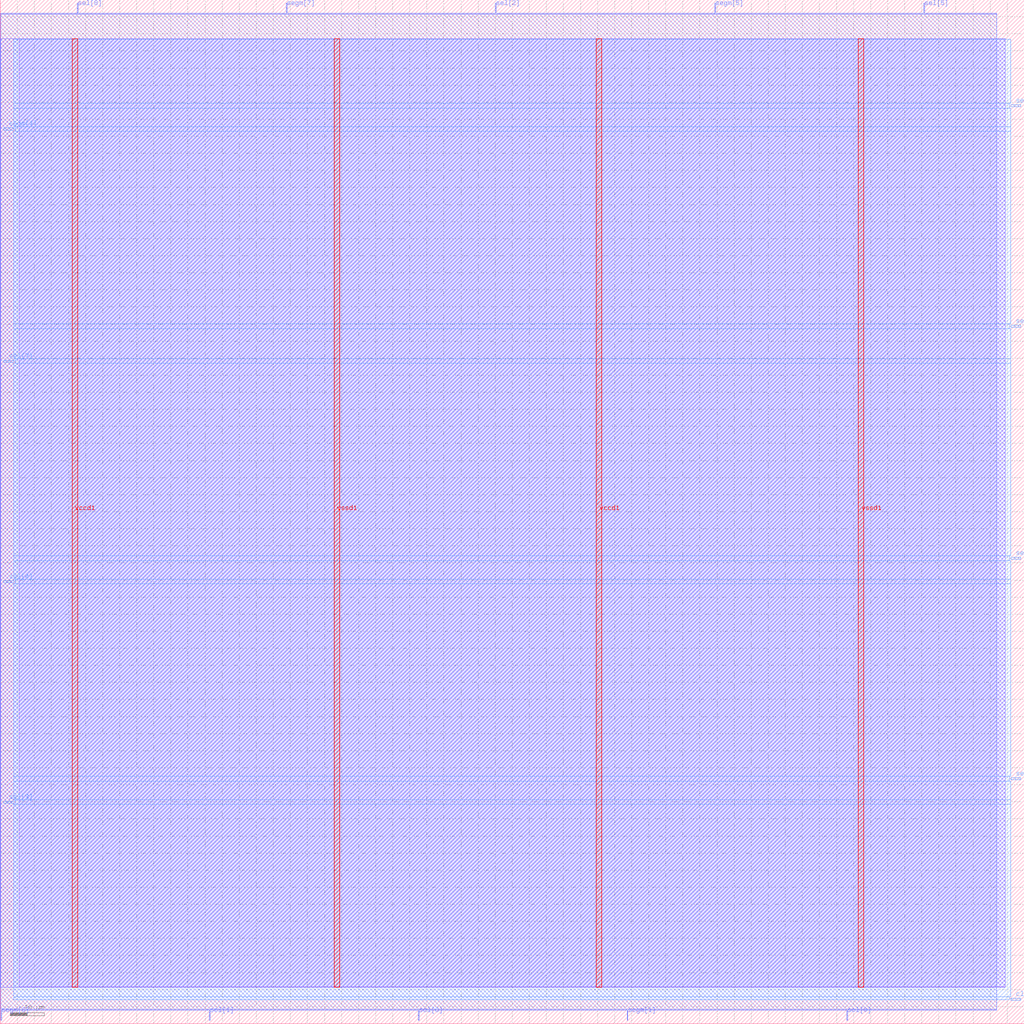
<source format=lef>
VERSION 5.7 ;
  NOWIREEXTENSIONATPIN ON ;
  DIVIDERCHAR "/" ;
  BUSBITCHARS "[]" ;
MACRO posoco2000
  CLASS BLOCK ;
  FOREIGN posoco2000 ;
  ORIGIN 0.000 0.000 ;
  SIZE 300.000 BY 300.000 ;
  PIN clk
    DIRECTION INPUT ;
    USE SIGNAL ;
    PORT
      LAYER met3 ;
        RECT 296.000 6.840 299.000 7.440 ;
    END
  END clk
  PIN segm[0]
    DIRECTION OUTPUT TRISTATE ;
    USE SIGNAL ;
    PORT
      LAYER met3 ;
        RECT 296.000 71.440 299.000 72.040 ;
    END
  END segm[0]
  PIN segm[1]
    DIRECTION OUTPUT TRISTATE ;
    USE SIGNAL ;
    PORT
      LAYER met2 ;
        RECT 183.630 1.000 183.910 4.000 ;
    END
  END segm[1]
  PIN segm[2]
    DIRECTION OUTPUT TRISTATE ;
    USE SIGNAL ;
    PORT
      LAYER met3 ;
        RECT 296.000 204.040 299.000 204.640 ;
    END
  END segm[2]
  PIN segm[3]
    DIRECTION OUTPUT TRISTATE ;
    USE SIGNAL ;
    PORT
      LAYER met3 ;
        RECT 296.000 268.640 299.000 269.240 ;
    END
  END segm[3]
  PIN segm[4]
    DIRECTION OUTPUT TRISTATE ;
    USE SIGNAL ;
    PORT
      LAYER met3 ;
        RECT 1.000 261.840 4.000 262.440 ;
    END
  END segm[4]
  PIN segm[5]
    DIRECTION OUTPUT TRISTATE ;
    USE SIGNAL ;
    PORT
      LAYER met2 ;
        RECT 209.390 296.000 209.670 299.000 ;
    END
  END segm[5]
  PIN segm[6]
    DIRECTION OUTPUT TRISTATE ;
    USE SIGNAL ;
    PORT
      LAYER met2 ;
        RECT 0.090 1.000 0.370 4.000 ;
    END
  END segm[6]
  PIN segm[7]
    DIRECTION OUTPUT TRISTATE ;
    USE SIGNAL ;
    PORT
      LAYER met2 ;
        RECT 83.810 296.000 84.090 299.000 ;
    END
  END segm[7]
  PIN sel[0]
    DIRECTION OUTPUT TRISTATE ;
    USE SIGNAL ;
    PORT
      LAYER met2 ;
        RECT 248.030 1.000 248.310 4.000 ;
    END
  END sel[0]
  PIN sel[1]
    DIRECTION OUTPUT TRISTATE ;
    USE SIGNAL ;
    PORT
      LAYER met2 ;
        RECT 61.270 1.000 61.550 4.000 ;
    END
  END sel[1]
  PIN sel[2]
    DIRECTION OUTPUT TRISTATE ;
    USE SIGNAL ;
    PORT
      LAYER met2 ;
        RECT 144.990 296.000 145.270 299.000 ;
    END
  END sel[2]
  PIN sel[3]
    DIRECTION OUTPUT TRISTATE ;
    USE SIGNAL ;
    PORT
      LAYER met3 ;
        RECT 1.000 64.640 4.000 65.240 ;
    END
  END sel[3]
  PIN sel[4]
    DIRECTION OUTPUT TRISTATE ;
    USE SIGNAL ;
    PORT
      LAYER met3 ;
        RECT 1.000 129.240 4.000 129.840 ;
    END
  END sel[4]
  PIN sel[5]
    DIRECTION OUTPUT TRISTATE ;
    USE SIGNAL ;
    PORT
      LAYER met2 ;
        RECT 270.570 296.000 270.850 299.000 ;
    END
  END sel[5]
  PIN sel[6]
    DIRECTION OUTPUT TRISTATE ;
    USE SIGNAL ;
    PORT
      LAYER met2 ;
        RECT 122.450 1.000 122.730 4.000 ;
    END
  END sel[6]
  PIN sel[7]
    DIRECTION OUTPUT TRISTATE ;
    USE SIGNAL ;
    PORT
      LAYER met3 ;
        RECT 1.000 193.840 4.000 194.440 ;
    END
  END sel[7]
  PIN sel[8]
    DIRECTION OUTPUT TRISTATE ;
    USE SIGNAL ;
    PORT
      LAYER met2 ;
        RECT 22.630 296.000 22.910 299.000 ;
    END
  END sel[8]
  PIN sel[9]
    DIRECTION OUTPUT TRISTATE ;
    USE SIGNAL ;
    PORT
      LAYER met3 ;
        RECT 296.000 136.040 299.000 136.640 ;
    END
  END sel[9]
  PIN vccd1
    DIRECTION INOUT ;
    USE POWER ;
    PORT
      LAYER met4 ;
        RECT 21.040 10.640 22.640 288.560 ;
    END
    PORT
      LAYER met4 ;
        RECT 174.640 10.640 176.240 288.560 ;
    END
  END vccd1
  PIN vssd1
    DIRECTION INOUT ;
    USE GROUND ;
    PORT
      LAYER met4 ;
        RECT 97.840 10.640 99.440 288.560 ;
    END
    PORT
      LAYER met4 ;
        RECT 251.440 10.640 253.040 288.560 ;
    END
  END vssd1
  OBS
      LAYER li1 ;
        RECT 5.520 10.795 294.400 288.405 ;
      LAYER met1 ;
        RECT 0.070 10.640 294.400 288.560 ;
      LAYER met2 ;
        RECT 0.100 295.720 22.350 296.000 ;
        RECT 23.190 295.720 83.530 296.000 ;
        RECT 84.370 295.720 144.710 296.000 ;
        RECT 145.550 295.720 209.110 296.000 ;
        RECT 209.950 295.720 270.290 296.000 ;
        RECT 271.130 295.720 292.010 296.000 ;
        RECT 0.100 4.280 292.010 295.720 ;
        RECT 0.650 4.000 60.990 4.280 ;
        RECT 61.830 4.000 122.170 4.280 ;
        RECT 123.010 4.000 183.350 4.280 ;
        RECT 184.190 4.000 247.750 4.280 ;
        RECT 248.590 4.000 292.010 4.280 ;
      LAYER met3 ;
        RECT 4.000 269.640 296.000 288.485 ;
        RECT 4.000 268.240 295.600 269.640 ;
        RECT 4.000 262.840 296.000 268.240 ;
        RECT 4.400 261.440 296.000 262.840 ;
        RECT 4.000 205.040 296.000 261.440 ;
        RECT 4.000 203.640 295.600 205.040 ;
        RECT 4.000 194.840 296.000 203.640 ;
        RECT 4.400 193.440 296.000 194.840 ;
        RECT 4.000 137.040 296.000 193.440 ;
        RECT 4.000 135.640 295.600 137.040 ;
        RECT 4.000 130.240 296.000 135.640 ;
        RECT 4.400 128.840 296.000 130.240 ;
        RECT 4.000 72.440 296.000 128.840 ;
        RECT 4.000 71.040 295.600 72.440 ;
        RECT 4.000 65.640 296.000 71.040 ;
        RECT 4.400 64.240 296.000 65.640 ;
        RECT 4.000 7.840 296.000 64.240 ;
        RECT 4.000 6.975 295.600 7.840 ;
  END
END posoco2000
END LIBRARY


</source>
